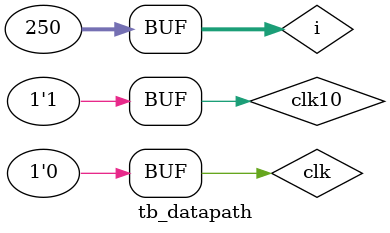
<source format=v>

`timescale 1ns/10ps
module tb_datapath;
	reg clk;
	reg clk10;
	reg reset;
	
	
	reg[3:0] ALUcontrol;
	reg[31:0] MdataIn;
	reg MDRead;
	
	
	reg R0Select;
	reg R1Select;
	reg R2Select;
	reg R3Select;
	reg R4Select;
	reg R5Select;
	reg R6Select;
	reg R7Select;
	reg R8Select;
	reg R9Select;
	reg R10Select;
	reg R11Select;
	reg R12Select;
	reg R13Select;
	reg R14Select;
	reg R15Select;
	
	reg HISelect;
	reg LOWSelect;
	reg ZHighSelect;
	reg ZLowSelect;
	reg PCSelect;
	reg MDRSelect;
	reg InPortSelect;
	reg COutSelect;
	
	reg IRSelect;
	reg RYSelect;
	reg RZSelect;
	reg MARSelect;
	
	
	reg R0In;
	reg R1In;
	reg R2In;
	reg R3In;
	reg R4In;
	reg R5In;
	reg R6In;
	reg R7In;
	reg R8In;
	reg R9In;
	reg R10In;
	reg R11In;
	reg R12In;
	reg R13In;
	reg R14In;
	reg R15In;
	
	reg HIIn;
	reg LOWIn;
	reg ZHighIn;
	reg ZLowIn;
	reg PCIn;
	reg MDRIn;
	reg InPortIn;
	reg COutIn;
	
	reg IRIn;
	reg RYIn;
	reg RZIn;
	reg MARIn;
	
	parameter Default = 4'b0000,
					Reg_load1a = 4'b0001, 
					Reg_load1b = 4'b0010, 
					Reg_load2a = 4'b0011,
					Reg_load2b = 4'b0100, 
					Reg_load3a = 4'b0101, 
					Reg_load3b = 4'b0110, 
	
					T0 = 4'b0111,
					T1 = 4'b1000, 
					T2 = 4'b1001, 
					T3 = 4'b1010, 
					T4 = 4'b1011, 
					T5 = 4'b1100;
	
	reg [3:0] PresentState = Default;
	
	reg R0Out;
	reg R1Out;
	reg R2Out;
	reg R3Out;
	reg R4Out;
	reg R5Out;
	reg R6Out;
	reg R7Out;
	reg R8Out;
	reg R9Out;
	reg R10Out;
	reg R11Out;
	reg R12Out;
	reg R13Out;
	reg R14Out;
	reg R15Out;
	
	reg HIOut;
	reg LOWOut;
	reg ZHighOut;
	reg ZLowOut;
	reg PCOut;
	reg MDROut;
	reg InPortOut;
	reg COutOut;
	
	reg IROut;
	reg RYOut;
	reg RZOut;
	reg MAROut;

CPU DUT(
	.clk(clk),
	.reset(reset),
	
	
	.ALUcontrol(ALUcontrol),
	.MdataIn(MdataIn),
	.MDRead(MDRead),
	
	
	.R0Select(R0Select),
	.R1Select(R1Select),
	.R2Select(R2Select),
	.R3Select(R3Select),
	.R4Select(R4Select),
	.R5Select(R5Select),
	.R6Select(R6Select),
	.R7Select(R7Select),
	.R8Select(R8Select),
	.R9Select(R9Select),
	.R10Select(R10Select),
	.R11Select(R11Select),
	.R12Select(R12Select),
	.R13Select(R13Select),
	.R14Select(R14Select),
	.R15Select(R15Select),

	.HISelect(HISelect),
	.LOWSelect(LOWSelect),
	.ZHighSelect(ZHighSelect),
	.ZLowSelect(ZLowSelect),
	.PCSelect(PCSelect),
	.MDRSelect(MDRSelect),
	.InPortSelect(InPortSelect),
	.COutSelect(COutSelect),
	
	.IRSelect(IRSelect),
	.RYSelect(RYSelect),
	.RZSelect(RZSelect),
	.MARSelect(MARSelect),

	
	.R0In(R0In),
	.R1In(R1In),
	.R2In(R2In),
	.R3In(R3In),
	.R4In(R4In),
	.R5In(R5In),
	.R6In(R6In),
	.R7In(R7In),
	.R8In(R8In),
	.R9In(R9In),
	.R10In(R10In),
	.R11In(R11In),
	.R12In(R12In),
	.R13In(R13In),
	.R14In(R14In),
	.R15In(R15In),
	
	.HIIn(HIIn),
	.LOWIn(LOWIn),
	.ZHighIn(ZHighIn),
	.ZLowIn(ZLowIn),
	.PCIn(PCIn),
	.MDRIn(MDRIn),
	.InPortIn(InPortIn),
	.COutIn(COutIn),
	
	.IRIn(IRIn),
	.RYIn(RYIn),
	.RZIn(RZIn),
	.MARIn(MARIn)
);


integer i;
// add test logic here
initial begin
	clk = 0;
	clk10 = 0;
	for(i = 0; i < 250; i = i + 1) begin
		#10 clk = ~clk;
		
		if(i % 10 == 0) begin
			clk10 = ~clk10;
		end
	end
	
	
end




// finite state machine; if clk rising-edge
always @(posedge clk10) begin
	case(PresentState)
		Reg_load1a : PresentState = Reg_load1b;
		Reg_load1b : PresentState = Reg_load2a;
		Reg_load2a : PresentState = Reg_load2b;
		Reg_load2b : PresentState = Reg_load3a;
		Reg_load3a : PresentState = Reg_load3b;
		Reg_load3b : PresentState = T0;
		
		T0 : PresentState = T1;
		T1 : PresentState = T2;
		T2 : PresentState = T3;
		T3 : PresentState = T4;
		T4 : PresentState = T5;
		
		Default : PresentState = Reg_load1a;

	endcase
end

// do the required job in each state 
always @(PresentState) begin 
	case(PresentState) // assert the required signals in each clk cycle
		Default: begin
			$display("Initializing pins");
			reset <= 0;
			
			
			ALUcontrol <= 0;
			MdataIn <= 32'b0;
			MDRead <= 0;
			
			
			R0Select <= 0;
			R1Select <= 0;
			R2Select <= 0;
			R3Select <= 0;
			R4Select <= 0;
			R5Select <= 0;
			R6Select <= 0;
			R7Select <= 0;
			R8Select <= 0;
			R9Select <= 0;
			R10Select <= 0;
			R11Select <= 0;
			R12Select <= 0;
			R13Select <= 0;
			R14Select <= 0;
			R15Select <= 0;
			
			HISelect <= 0;
			LOWSelect <= 0;
			ZHighSelect <= 0;
			ZLowSelect <= 0;
			PCSelect <= 0;
			MDRSelect <= 0;
			InPortSelect <= 0;
			COutSelect <= 0;
			
			IRSelect <= 0;
			RYSelect <= 0;
			RZSelect <= 0;
			MARSelect <= 0;
			
			
			R0In <= 0;
			R1In <= 0;
			R2In <= 0;
			R3In <= 0;
			R4In <= 0;
			R5In <= 0;
			R6In <= 0;
			R7In <= 0;
			R8In <= 0;
			R9In <= 0;
			R10In <= 0;
			R11In <= 0;
			R12In <= 0;
			R13In <= 0;
			R14In <= 0;
			R15In <= 0;
			
			HIIn <= 0;
			LOWIn <= 0;
			ZHighIn <= 0;
			ZLowIn <= 0;
			PCIn <= 0;
			MDRIn <= 0;
			InPortIn <= 0;
			COutIn <= 0;
			
			IRIn <= 0;
			RYIn <= 0;
			RZIn <= 0;
			MARIn <= 0;
					
			
			R0Out <= 0;
			R1Out <= 0;
			R2Out <= 0;
			R3Out <= 0;
			R4Out <= 0;
			R5Out <= 0;
			R6Out <= 0;
			R7Out <= 0;
			R8Out <= 0;
			R9Out <= 0;
			R10Out <= 0;
			R11Out <= 0;
			R12Out <= 0;
			R13Out <= 0;
			R14Out <= 0;
			R15Out <= 0;
			
			HIOut <= 0;
			LOWOut <= 0;
			ZHighOut <= 0;
			ZLowOut <= 0;
			PCOut <= 0;
			MDROut <= 0;
			InPortOut <= 0;
			COutOut <= 0;
			
			IROut <= 0;
			RYOut <= 0;
			RZOut <= 0;
			MAROut <= 0;
		end
		
		Reg_load1a: begin
			#15;
			$display("Loading value");
			MdataIn <= 10;
			MDRead <= 1; 		//Setup MDRMux
			MDRIn <= 1;
			
			#25;
			MDRead <= 0; 
			MDRIn <= 0;
			
		end

		Reg_load1b: begin
			#15;
			MDROut <= 1; 			//Send from MDR
			MDRSelect <= 1;		//Select MDR as bus source
			R1In <= 1;				//Enable R2
			
			#25;
			MDROut <= 0;
			MDRSelect <= 0;
			R1In <= 0;
			
		end

		Reg_load2a: begin
			#15;
			MdataIn <= 7;		//Load new val
			MDRead<= 1; 		
			MDRIn <= 1;
			
			#25;
			MDRead<= 0; 
			MDRIn <= 0;
			
		end
		
		Reg_load2b: begin
			#15;
			MDROut <= 1; 			//Send from MDR
			MDRSelect <= 1;		//Select MDR as bus source
			R2In <= 1;
			
			#25;
			MDROut <= 0;
			MDRSelect <= 0;
			R2In <= 0;
			
		end

		Reg_load3a: begin
			#15;
			MdataIn <= 32'b0100;		//Load new val
			MDRead<= 1; 		
			MDRIn <= 1;
			
			#25;
			MDRead<= 0; 
			MDRIn <= 0;
			
		end

		Reg_load3b: begin
			#15;
			MDROut <= 1; 			//Send from MDR
			MDRSelect <= 1;		//Select MDR as bus source
			R6In <= 1;
			
			#25;
			MDROut <= 0;
			MDRSelect <= 0;
			R6In <= 0;
			
		end

		T0: begin // see if you need to de-assert these signals 1000
			#15;
			R7In <= 0; 
			MDRSelect <=0;
			PCOut <= 0; 
			MARIn <= 0; 
			PCIn <= 0; 
			RZIn <= 0;
		end

		T1: begin
			#15;
			MdataIn <= 32'h4A920000; // opcode for
			MDRead <= 1; 
			MDRIn <= 1;
			
			#25;
			MDRead<= 0; 
			MDRIn <= 0;
			
			ZLowOut <= 1; 
			PCIn <= 1; 
			
		end

		T2: begin
			#15;
			MDROut <= 1; 
			ZLowOut <= 1; 
			PCIn <= 1; 
			IRIn <= 1;
			
			#25;
			MDROut <= 0; 
			ZLowOut <= 0;
			PCIn <= 0;
			IRIn <= 0;
		end

		T3: begin
			#15;
			R2Select <= 1;  
			RYIn <= 1; 
			
			#25;
			R2Select <= 0;  
			RYIn <= 0;
			
		end

		T4: begin
			#15;
			R1Out <= 1; 
			R1Select <= 1; 
			
			#15;
			ALUcontrol <= 4'b0010; //op code
			LOWIn <= 1; 
			HIIn <= 1; 
			
			#45;
			R1Out <= 0; 
			R1Select <= 0; 
			
			LOWIn <= 0; 
			HIIn <= 0; 
			
		end

		T5: begin
			#15;
			LOWSelect <= 1; 
			LOWOut <= 1; 
			R3In <= 1;
			
			#25;
			LOWSelect <= 0;
			LOWOut <= 0; 
			R3In <= 0;
			
		end

	endcase
	
end

endmodule

</source>
